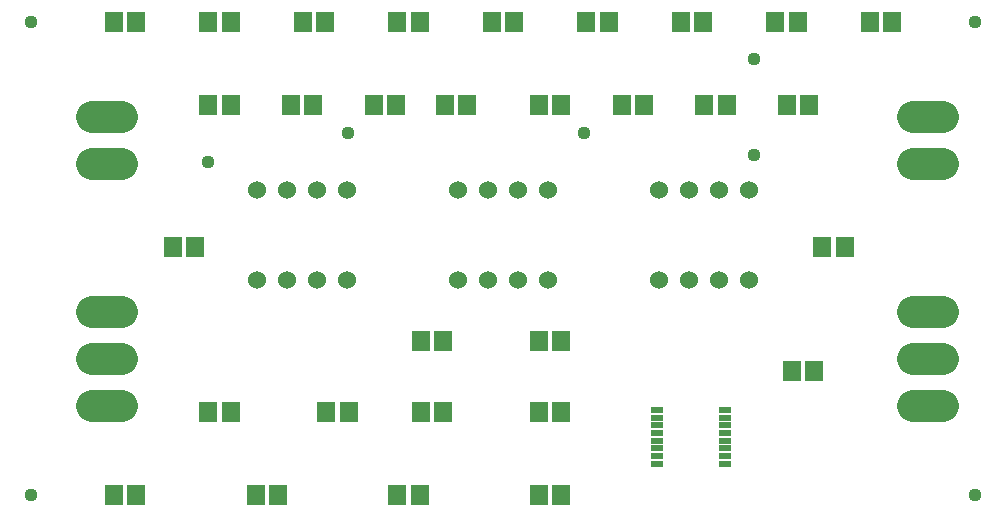
<source format=gbr>
G04 EAGLE Gerber RS-274X export*
G75*
%MOMM*%
%FSLAX34Y34*%
%LPD*%
%INSoldermask Top*%
%IPPOS*%
%AMOC8*
5,1,8,0,0,1.08239X$1,22.5*%
G01*
%ADD10R,1.503200X1.703200*%
%ADD11C,1.524000*%
%ADD12R,1.103200X0.553200*%
%ADD13C,2.717800*%
%ADD14C,1.117600*%


D10*
X219500Y380000D03*
X200500Y380000D03*
X550500Y380000D03*
X569500Y380000D03*
X480500Y380000D03*
X499500Y380000D03*
X380500Y120000D03*
X399500Y120000D03*
X360500Y50000D03*
X379500Y50000D03*
X620500Y380000D03*
X639500Y380000D03*
X713550Y155000D03*
X694550Y155000D03*
X170500Y260000D03*
X189500Y260000D03*
X259500Y50000D03*
X240500Y50000D03*
D11*
X241900Y231900D03*
X267300Y231900D03*
X267300Y308100D03*
X241900Y308100D03*
X292700Y231900D03*
X318100Y231900D03*
X292700Y308100D03*
X318100Y308100D03*
X411900Y231900D03*
X437300Y231900D03*
X437300Y308100D03*
X411900Y308100D03*
X462700Y231900D03*
X488100Y231900D03*
X462700Y308100D03*
X488100Y308100D03*
X581900Y231900D03*
X607300Y231900D03*
X607300Y308100D03*
X581900Y308100D03*
X632700Y231900D03*
X658100Y231900D03*
X632700Y308100D03*
X658100Y308100D03*
D12*
X580250Y121700D03*
X580250Y115200D03*
X580250Y108700D03*
X580250Y102200D03*
X580250Y95700D03*
X580250Y89200D03*
X580250Y82700D03*
X580250Y76200D03*
X637750Y76200D03*
X637750Y82700D03*
X637750Y89200D03*
X637750Y95700D03*
X637750Y102200D03*
X637750Y108700D03*
X637750Y115200D03*
X637750Y121700D03*
D13*
X127573Y369812D02*
X102427Y369812D01*
X102427Y330188D02*
X127573Y330188D01*
X797427Y369812D02*
X822573Y369812D01*
X822573Y330188D02*
X797427Y330188D01*
X127573Y125122D02*
X102427Y125122D01*
X102427Y164746D02*
X127573Y164746D01*
X127573Y204370D02*
X102427Y204370D01*
X797427Y125122D02*
X822573Y125122D01*
X822573Y164746D02*
X797427Y164746D01*
X797427Y204370D02*
X822573Y204370D01*
D10*
X600500Y450000D03*
X619500Y450000D03*
X680500Y450000D03*
X699500Y450000D03*
X760500Y450000D03*
X779500Y450000D03*
X690500Y380000D03*
X709500Y380000D03*
X720500Y260000D03*
X739500Y260000D03*
X539500Y450000D03*
X520500Y450000D03*
X459500Y450000D03*
X440500Y450000D03*
X499500Y120000D03*
X480500Y120000D03*
X480500Y180000D03*
X499500Y180000D03*
X380500Y180000D03*
X399500Y180000D03*
X120500Y450000D03*
X139500Y450000D03*
X200500Y450000D03*
X219500Y450000D03*
X280500Y450000D03*
X299500Y450000D03*
X340500Y380000D03*
X359500Y380000D03*
X270500Y380000D03*
X289500Y380000D03*
X300500Y120000D03*
X319500Y120000D03*
X400500Y380000D03*
X419500Y380000D03*
X379500Y450000D03*
X360500Y450000D03*
X120500Y50000D03*
X139500Y50000D03*
X200500Y120000D03*
X219500Y120000D03*
X480500Y50000D03*
X499500Y50000D03*
D14*
X200000Y331250D03*
X50000Y50000D03*
X850000Y450000D03*
X850000Y50000D03*
X50000Y450000D03*
X318750Y356250D03*
X518750Y356250D03*
X662500Y337500D03*
X662500Y418750D03*
M02*

</source>
